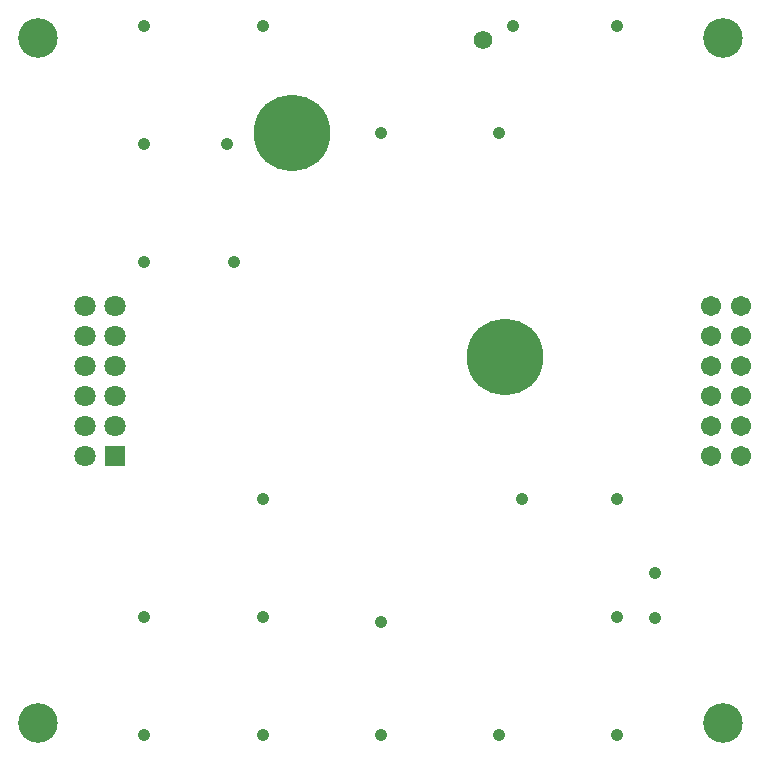
<source format=gbr>
G04 DesignSpark PCB PRO Gerber Version 10.0 Build 5299*
G04 #@! TF.Part,Single*
G04 #@! TF.FileFunction,Soldermask,Bot*
G04 #@! TF.FilePolarity,Negative*
%FSLAX35Y35*%
%MOIN*%
G04 #@! TA.AperFunction,ComponentPad*
%ADD132R,0.07096X0.07096*%
G04 #@! TA.AperFunction,ViaPad*
%ADD10C,0.04143*%
%ADD11C,0.06200*%
G04 #@! TA.AperFunction,ComponentPad*
%ADD13C,0.06702*%
%ADD133C,0.07096*%
G04 #@! TA.AperFunction,WasherPad*
%ADD12C,0.13198*%
G04 #@! TA.AperFunction,ComponentPad*
%ADD146C,0.25521*%
G04 #@! TD.AperFunction*
X0Y0D02*
D02*
D10*
X63386Y20079D03*
Y59449D03*
Y177559D03*
Y216929D03*
Y256299D03*
X90945Y216929D03*
X93307Y177559D03*
X102756Y20079D03*
Y59449D03*
Y98819D03*
Y256299D03*
X142126Y20079D03*
Y57874D03*
Y220866D03*
X181496Y20079D03*
Y220866D03*
X186220Y256299D03*
X189370Y98819D03*
X220866Y20079D03*
Y59449D03*
Y98819D03*
Y256299D03*
X233465Y59055D03*
Y74016D03*
D02*
D11*
X176378Y251618D03*
D02*
D12*
X27953Y24016D03*
Y252362D03*
X256299Y24016D03*
Y252362D03*
D02*
D13*
X252205Y113189D03*
Y123189D03*
Y133189D03*
Y143189D03*
Y153189D03*
Y163189D03*
X262205Y113189D03*
Y123189D03*
Y133189D03*
Y143189D03*
Y153189D03*
Y163189D03*
D02*
D132*
X53543Y113189D03*
D02*
D133*
X43543D03*
Y123189D03*
Y133189D03*
Y143189D03*
Y153189D03*
Y163189D03*
X53543Y123189D03*
Y133189D03*
Y143189D03*
Y153189D03*
Y163189D03*
D02*
D146*
X112598Y220866D03*
X183465Y146063D03*
X0Y0D02*
M02*

</source>
